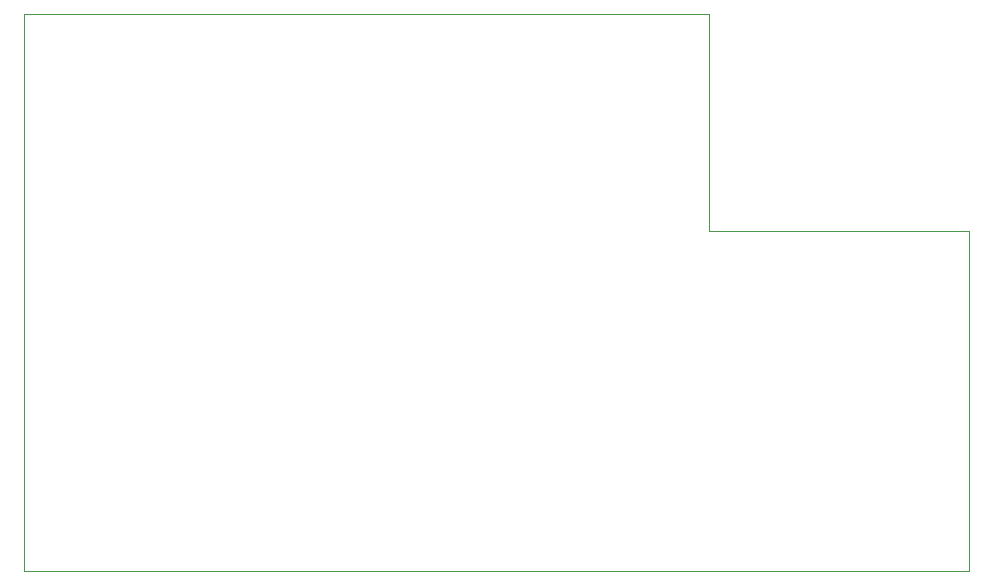
<source format=gm1>
G04 #@! TF.GenerationSoftware,KiCad,Pcbnew,(5.1.10)-1*
G04 #@! TF.CreationDate,2022-01-19T22:21:47+01:00*
G04 #@! TF.ProjectId,ELFlatPanel,454c466c-6174-4506-916e-656c2e6b6963,3.0*
G04 #@! TF.SameCoordinates,Original*
G04 #@! TF.FileFunction,Profile,NP*
%FSLAX46Y46*%
G04 Gerber Fmt 4.6, Leading zero omitted, Abs format (unit mm)*
G04 Created by KiCad (PCBNEW (5.1.10)-1) date 2022-01-19 22:21:47*
%MOMM*%
%LPD*%
G01*
G04 APERTURE LIST*
G04 #@! TA.AperFunction,Profile*
%ADD10C,0.050000*%
G04 #@! TD*
G04 APERTURE END LIST*
D10*
X144400000Y-71750000D02*
X144400000Y-90100000D01*
X144400000Y-90100000D02*
X166400000Y-90100000D01*
X86400000Y-118850000D02*
X166400000Y-118850000D01*
X166400000Y-90100000D02*
X166400000Y-118850000D01*
X86400000Y-71750000D02*
X86400000Y-118850000D01*
X86400000Y-71750000D02*
X144400000Y-71750000D01*
M02*

</source>
